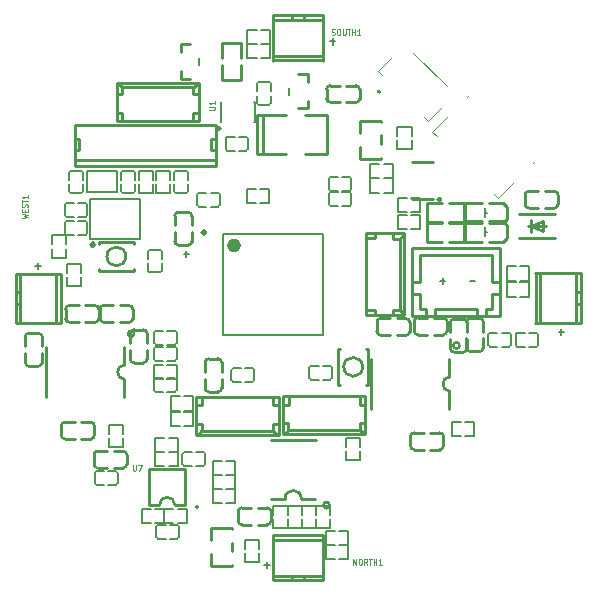
<source format=gto>
%TF.GenerationSoftware,KiCad,Pcbnew,9.0.4*%
%TF.CreationDate,2026-01-16T16:12:55-08:00*%
%TF.ProjectId,u_anemometer,755f616e-656d-46f6-9d65-7465722e6b69,rev?*%
%TF.SameCoordinates,Original*%
%TF.FileFunction,Legend,Top*%
%TF.FilePolarity,Positive*%
%FSLAX46Y46*%
G04 Gerber Fmt 4.6, Leading zero omitted, Abs format (unit mm)*
G04 Created by KiCad (PCBNEW 9.0.4) date 2026-01-16 16:12:55*
%MOMM*%
%LPD*%
G01*
G04 APERTURE LIST*
%ADD10C,0.150000*%
%ADD11C,0.110000*%
%ADD12C,0.254000*%
%ADD13C,0.203000*%
%ADD14C,0.200000*%
%ADD15C,0.300000*%
%ADD16C,0.600000*%
%ADD17C,0.100000*%
%ADD18C,0.120000*%
G04 APERTURE END LIST*
D10*
X147141541Y-132639866D02*
X147598684Y-132639866D01*
X147370112Y-132906533D02*
X147370112Y-132373200D01*
X172041541Y-112889866D02*
X172498684Y-112889866D01*
X172270112Y-113156533D02*
X172270112Y-112623200D01*
X161997041Y-108594866D02*
X162454184Y-108594866D01*
X162225612Y-108861533D02*
X162225612Y-108328200D01*
X127741541Y-107289866D02*
X128198684Y-107289866D01*
X127970112Y-107556533D02*
X127970112Y-107023200D01*
X152691541Y-88289866D02*
X153148684Y-88289866D01*
X152920112Y-88556533D02*
X152920112Y-88023200D01*
X164541541Y-108539866D02*
X164998684Y-108539866D01*
X140291541Y-106289866D02*
X140748684Y-106289866D01*
X140520112Y-106556533D02*
X140520112Y-106023200D01*
D11*
X126605537Y-103264774D02*
X127085537Y-103160012D01*
X127085537Y-103160012D02*
X126742680Y-103076203D01*
X126742680Y-103076203D02*
X127085537Y-102992393D01*
X127085537Y-102992393D02*
X126605537Y-102887632D01*
X126834108Y-102720013D02*
X126834108Y-102573346D01*
X127085537Y-102510489D02*
X127085537Y-102720013D01*
X127085537Y-102720013D02*
X126605537Y-102720013D01*
X126605537Y-102720013D02*
X126605537Y-102510489D01*
X127062680Y-102342870D02*
X127085537Y-102280013D01*
X127085537Y-102280013D02*
X127085537Y-102175251D01*
X127085537Y-102175251D02*
X127062680Y-102133346D01*
X127062680Y-102133346D02*
X127039822Y-102112394D01*
X127039822Y-102112394D02*
X126994108Y-102091441D01*
X126994108Y-102091441D02*
X126948394Y-102091441D01*
X126948394Y-102091441D02*
X126902680Y-102112394D01*
X126902680Y-102112394D02*
X126879822Y-102133346D01*
X126879822Y-102133346D02*
X126856965Y-102175251D01*
X126856965Y-102175251D02*
X126834108Y-102259060D01*
X126834108Y-102259060D02*
X126811251Y-102300965D01*
X126811251Y-102300965D02*
X126788394Y-102321918D01*
X126788394Y-102321918D02*
X126742680Y-102342870D01*
X126742680Y-102342870D02*
X126696965Y-102342870D01*
X126696965Y-102342870D02*
X126651251Y-102321918D01*
X126651251Y-102321918D02*
X126628394Y-102300965D01*
X126628394Y-102300965D02*
X126605537Y-102259060D01*
X126605537Y-102259060D02*
X126605537Y-102154299D01*
X126605537Y-102154299D02*
X126628394Y-102091441D01*
X126605537Y-101965727D02*
X126605537Y-101714298D01*
X127085537Y-101840012D02*
X126605537Y-101840012D01*
X127085537Y-101337155D02*
X127085537Y-101588584D01*
X127085537Y-101462870D02*
X126605537Y-101462870D01*
X126605537Y-101462870D02*
X126674108Y-101504774D01*
X126674108Y-101504774D02*
X126719822Y-101546679D01*
X126719822Y-101546679D02*
X126742680Y-101588584D01*
X136027129Y-124156537D02*
X136027129Y-124545108D01*
X136027129Y-124545108D02*
X136048082Y-124590822D01*
X136048082Y-124590822D02*
X136069034Y-124613680D01*
X136069034Y-124613680D02*
X136110939Y-124636537D01*
X136110939Y-124636537D02*
X136194748Y-124636537D01*
X136194748Y-124636537D02*
X136236653Y-124613680D01*
X136236653Y-124613680D02*
X136257606Y-124590822D01*
X136257606Y-124590822D02*
X136278558Y-124545108D01*
X136278558Y-124545108D02*
X136278558Y-124156537D01*
X136446177Y-124156537D02*
X136739510Y-124156537D01*
X136739510Y-124156537D02*
X136550939Y-124636537D01*
X152856177Y-87712680D02*
X152919034Y-87735537D01*
X152919034Y-87735537D02*
X153023796Y-87735537D01*
X153023796Y-87735537D02*
X153065701Y-87712680D01*
X153065701Y-87712680D02*
X153086653Y-87689822D01*
X153086653Y-87689822D02*
X153107606Y-87644108D01*
X153107606Y-87644108D02*
X153107606Y-87598394D01*
X153107606Y-87598394D02*
X153086653Y-87552680D01*
X153086653Y-87552680D02*
X153065701Y-87529822D01*
X153065701Y-87529822D02*
X153023796Y-87506965D01*
X153023796Y-87506965D02*
X152939987Y-87484108D01*
X152939987Y-87484108D02*
X152898082Y-87461251D01*
X152898082Y-87461251D02*
X152877129Y-87438394D01*
X152877129Y-87438394D02*
X152856177Y-87392680D01*
X152856177Y-87392680D02*
X152856177Y-87346965D01*
X152856177Y-87346965D02*
X152877129Y-87301251D01*
X152877129Y-87301251D02*
X152898082Y-87278394D01*
X152898082Y-87278394D02*
X152939987Y-87255537D01*
X152939987Y-87255537D02*
X153044748Y-87255537D01*
X153044748Y-87255537D02*
X153107606Y-87278394D01*
X153379987Y-87255537D02*
X153463796Y-87255537D01*
X153463796Y-87255537D02*
X153505701Y-87278394D01*
X153505701Y-87278394D02*
X153547606Y-87324108D01*
X153547606Y-87324108D02*
X153568558Y-87415537D01*
X153568558Y-87415537D02*
X153568558Y-87575537D01*
X153568558Y-87575537D02*
X153547606Y-87666965D01*
X153547606Y-87666965D02*
X153505701Y-87712680D01*
X153505701Y-87712680D02*
X153463796Y-87735537D01*
X153463796Y-87735537D02*
X153379987Y-87735537D01*
X153379987Y-87735537D02*
X153338082Y-87712680D01*
X153338082Y-87712680D02*
X153296177Y-87666965D01*
X153296177Y-87666965D02*
X153275225Y-87575537D01*
X153275225Y-87575537D02*
X153275225Y-87415537D01*
X153275225Y-87415537D02*
X153296177Y-87324108D01*
X153296177Y-87324108D02*
X153338082Y-87278394D01*
X153338082Y-87278394D02*
X153379987Y-87255537D01*
X153757129Y-87255537D02*
X153757129Y-87644108D01*
X153757129Y-87644108D02*
X153778082Y-87689822D01*
X153778082Y-87689822D02*
X153799034Y-87712680D01*
X153799034Y-87712680D02*
X153840939Y-87735537D01*
X153840939Y-87735537D02*
X153924748Y-87735537D01*
X153924748Y-87735537D02*
X153966653Y-87712680D01*
X153966653Y-87712680D02*
X153987606Y-87689822D01*
X153987606Y-87689822D02*
X154008558Y-87644108D01*
X154008558Y-87644108D02*
X154008558Y-87255537D01*
X154155224Y-87255537D02*
X154406653Y-87255537D01*
X154280939Y-87735537D02*
X154280939Y-87255537D01*
X154553319Y-87735537D02*
X154553319Y-87255537D01*
X154553319Y-87484108D02*
X154804748Y-87484108D01*
X154804748Y-87735537D02*
X154804748Y-87255537D01*
X155244748Y-87735537D02*
X154993319Y-87735537D01*
X155119033Y-87735537D02*
X155119033Y-87255537D01*
X155119033Y-87255537D02*
X155077129Y-87324108D01*
X155077129Y-87324108D02*
X155035224Y-87369822D01*
X155035224Y-87369822D02*
X154993319Y-87392680D01*
X154677129Y-132585537D02*
X154677129Y-132105537D01*
X154677129Y-132105537D02*
X154928558Y-132585537D01*
X154928558Y-132585537D02*
X154928558Y-132105537D01*
X155221891Y-132105537D02*
X155305700Y-132105537D01*
X155305700Y-132105537D02*
X155347605Y-132128394D01*
X155347605Y-132128394D02*
X155389510Y-132174108D01*
X155389510Y-132174108D02*
X155410462Y-132265537D01*
X155410462Y-132265537D02*
X155410462Y-132425537D01*
X155410462Y-132425537D02*
X155389510Y-132516965D01*
X155389510Y-132516965D02*
X155347605Y-132562680D01*
X155347605Y-132562680D02*
X155305700Y-132585537D01*
X155305700Y-132585537D02*
X155221891Y-132585537D01*
X155221891Y-132585537D02*
X155179986Y-132562680D01*
X155179986Y-132562680D02*
X155138081Y-132516965D01*
X155138081Y-132516965D02*
X155117129Y-132425537D01*
X155117129Y-132425537D02*
X155117129Y-132265537D01*
X155117129Y-132265537D02*
X155138081Y-132174108D01*
X155138081Y-132174108D02*
X155179986Y-132128394D01*
X155179986Y-132128394D02*
X155221891Y-132105537D01*
X155850462Y-132585537D02*
X155703795Y-132356965D01*
X155599033Y-132585537D02*
X155599033Y-132105537D01*
X155599033Y-132105537D02*
X155766652Y-132105537D01*
X155766652Y-132105537D02*
X155808557Y-132128394D01*
X155808557Y-132128394D02*
X155829510Y-132151251D01*
X155829510Y-132151251D02*
X155850462Y-132196965D01*
X155850462Y-132196965D02*
X155850462Y-132265537D01*
X155850462Y-132265537D02*
X155829510Y-132311251D01*
X155829510Y-132311251D02*
X155808557Y-132334108D01*
X155808557Y-132334108D02*
X155766652Y-132356965D01*
X155766652Y-132356965D02*
X155599033Y-132356965D01*
X155976176Y-132105537D02*
X156227605Y-132105537D01*
X156101891Y-132585537D02*
X156101891Y-132105537D01*
X156374271Y-132585537D02*
X156374271Y-132105537D01*
X156374271Y-132334108D02*
X156625700Y-132334108D01*
X156625700Y-132585537D02*
X156625700Y-132105537D01*
X157065700Y-132585537D02*
X156814271Y-132585537D01*
X156939985Y-132585537D02*
X156939985Y-132105537D01*
X156939985Y-132105537D02*
X156898081Y-132174108D01*
X156898081Y-132174108D02*
X156856176Y-132219822D01*
X156856176Y-132219822D02*
X156814271Y-132242680D01*
X142455537Y-94072870D02*
X142844108Y-94072870D01*
X142844108Y-94072870D02*
X142889822Y-94051917D01*
X142889822Y-94051917D02*
X142912680Y-94030965D01*
X142912680Y-94030965D02*
X142935537Y-93989060D01*
X142935537Y-93989060D02*
X142935537Y-93905251D01*
X142935537Y-93905251D02*
X142912680Y-93863346D01*
X142912680Y-93863346D02*
X142889822Y-93842393D01*
X142889822Y-93842393D02*
X142844108Y-93821441D01*
X142844108Y-93821441D02*
X142455537Y-93821441D01*
X142935537Y-93381441D02*
X142935537Y-93632870D01*
X142935537Y-93507156D02*
X142455537Y-93507156D01*
X142455537Y-93507156D02*
X142524108Y-93549060D01*
X142524108Y-93549060D02*
X142569822Y-93590965D01*
X142569822Y-93590965D02*
X142592680Y-93632870D01*
D10*
%TO.C,C1*%
X143850000Y-96500000D02*
X143850000Y-96550000D01*
X143850000Y-96550000D02*
X143850000Y-97350000D01*
X143850000Y-97400000D02*
X143850000Y-97350000D01*
X144620000Y-96350000D02*
X144000000Y-96350000D01*
X144620000Y-97550000D02*
X144000000Y-97550000D01*
X144980000Y-96350000D02*
X145600000Y-96350000D01*
X144980000Y-97550000D02*
X145600000Y-97550000D01*
X145750000Y-96500000D02*
X145750000Y-96550000D01*
X145750000Y-96550000D02*
X145750000Y-97350000D01*
X145750000Y-97400000D02*
X145750000Y-97350000D01*
X143850000Y-96500000D02*
G75*
G02*
X144000000Y-96350000I150000J0D01*
G01*
X144000000Y-97550000D02*
G75*
G02*
X143850000Y-97400000I0J150000D01*
G01*
X145600000Y-96350000D02*
G75*
G02*
X145750000Y-96500000I0J-150000D01*
G01*
X145750000Y-97400000D02*
G75*
G02*
X145600000Y-97550000I-150000J0D01*
G01*
D12*
%TO.C,C4*%
X169201500Y-101288000D02*
X169201500Y-102088000D01*
X170311500Y-100978500D02*
X169511500Y-100978500D01*
X170311500Y-102398000D02*
X169511500Y-102398000D01*
X170887000Y-100984000D02*
X171687000Y-100984000D01*
X170887000Y-102404000D02*
X171687000Y-102404000D01*
X171997000Y-101294000D02*
X171997000Y-102094000D01*
X169201500Y-101288000D02*
G75*
G02*
X169511500Y-100978500I309148J353D01*
G01*
X169511500Y-102398000D02*
G75*
G02*
X169201500Y-102088000I0J310000D01*
G01*
X171687000Y-100984000D02*
G75*
G02*
X171997000Y-101294000I0J-310000D01*
G01*
X171997000Y-102094000D02*
G75*
G02*
X171687000Y-102404000I-310000J0D01*
G01*
%TO.C,U5*%
X148894000Y-127004500D02*
X147720000Y-127001500D01*
X151460000Y-127001500D02*
X150266000Y-127004500D01*
X151468500Y-122001500D02*
X147731500Y-122001500D01*
X148894000Y-127004500D02*
G75*
G02*
X150266000Y-127004500I686000J0D01*
G01*
X152648000Y-127550000D02*
G75*
G02*
X152140000Y-127550000I-254000J0D01*
G01*
X152140000Y-127550000D02*
G75*
G02*
X152648000Y-127550000I254000J0D01*
G01*
D13*
%TO.C,X1*%
X132130000Y-99261000D02*
X134670000Y-99261000D01*
X132130000Y-101039000D02*
X132130000Y-99261000D01*
X134670000Y-99261000D02*
X134670000Y-101039000D01*
X134670000Y-101039000D02*
X132130000Y-101039000D01*
D10*
%TO.C,R41*%
X158450000Y-104150000D02*
X158450000Y-102950000D01*
X159220000Y-102950000D02*
X158450000Y-102950000D01*
X159220000Y-104150000D02*
X158450000Y-104150000D01*
X159580000Y-102950000D02*
X160350000Y-102950000D01*
X159580000Y-104150000D02*
X160350000Y-104150000D01*
X160350000Y-104150000D02*
X160350000Y-102950000D01*
%TO.C,C47*%
X166100000Y-113100000D02*
X166100000Y-113150000D01*
X166100000Y-113150000D02*
X166100000Y-113950000D01*
X166100000Y-114000000D02*
X166100000Y-113950000D01*
X166870000Y-112950000D02*
X166250000Y-112950000D01*
X166870000Y-114150000D02*
X166250000Y-114150000D01*
X167230000Y-112950000D02*
X167850000Y-112950000D01*
X167230000Y-114150000D02*
X167850000Y-114150000D01*
X168000000Y-113100000D02*
X168000000Y-113150000D01*
X168000000Y-113150000D02*
X168000000Y-113950000D01*
X168000000Y-114000000D02*
X168000000Y-113950000D01*
X166100000Y-113100000D02*
G75*
G02*
X166250000Y-112950000I150000J0D01*
G01*
X166250000Y-114150000D02*
G75*
G02*
X166100000Y-114000000I0J150000D01*
G01*
X167850000Y-112950000D02*
G75*
G02*
X168000000Y-113100000I0J-150000D01*
G01*
X168000000Y-114000000D02*
G75*
G02*
X167850000Y-114150000I-150000J0D01*
G01*
D12*
%TO.C,SPI1*%
X131100000Y-95350000D02*
X131100000Y-98850000D01*
X131100000Y-98360500D02*
X143000000Y-98360500D01*
X131100000Y-98850000D02*
X143000000Y-98850000D01*
X131143000Y-96552000D02*
X131463000Y-96552500D01*
X131463000Y-96552500D02*
X131463000Y-97512000D01*
X131463000Y-97512000D02*
X131102500Y-97512000D01*
X142640000Y-96540000D02*
X142640500Y-97499500D01*
X142640500Y-97499500D02*
X143001000Y-97499500D01*
X142960500Y-96539500D02*
X142640000Y-96540000D01*
X143000000Y-95350000D02*
X131100000Y-95350000D01*
X143000000Y-98850000D02*
X143000000Y-95350000D01*
D10*
%TO.C,R35*%
X139200000Y-119550000D02*
X139200000Y-118350000D01*
X139970000Y-118350000D02*
X139200000Y-118350000D01*
X139970000Y-119550000D02*
X139200000Y-119550000D01*
X140330000Y-118350000D02*
X141100000Y-118350000D01*
X140330000Y-119550000D02*
X141100000Y-119550000D01*
X141100000Y-119550000D02*
X141100000Y-118350000D01*
D12*
%TO.C,D2*%
X159650000Y-98500000D02*
X161450000Y-98500000D01*
X159650000Y-101600000D02*
X161450000Y-101600000D01*
X162074000Y-101701000D02*
G75*
G02*
X161820000Y-101701000I-127000J0D01*
G01*
X161820000Y-101701000D02*
G75*
G02*
X162074000Y-101701000I127000J0D01*
G01*
D10*
%TO.C,C19*%
X150950000Y-115900000D02*
X150950000Y-115950000D01*
X150950000Y-115950000D02*
X150950000Y-116750000D01*
X150950000Y-116800000D02*
X150950000Y-116750000D01*
X151720000Y-115750000D02*
X151100000Y-115750000D01*
X151720000Y-116950000D02*
X151100000Y-116950000D01*
X152080000Y-115750000D02*
X152700000Y-115750000D01*
X152080000Y-116950000D02*
X152700000Y-116950000D01*
X152850000Y-115900000D02*
X152850000Y-115950000D01*
X152850000Y-115950000D02*
X152850000Y-116750000D01*
X152850000Y-116800000D02*
X152850000Y-116750000D01*
X150950000Y-115900000D02*
G75*
G02*
X151100000Y-115750000I150000J0D01*
G01*
X151100000Y-116950000D02*
G75*
G02*
X150950000Y-116800000I0J150000D01*
G01*
X152700000Y-115750000D02*
G75*
G02*
X152850000Y-115900000I0J-150000D01*
G01*
X152850000Y-116800000D02*
G75*
G02*
X152700000Y-116950000I-150000J0D01*
G01*
%TO.C,R27*%
X130450000Y-107100000D02*
X131650000Y-107100000D01*
X130450000Y-107870000D02*
X130450000Y-107100000D01*
X130450000Y-108230000D02*
X130450000Y-109000000D01*
X130450000Y-109000000D02*
X131650000Y-109000000D01*
X131650000Y-107870000D02*
X131650000Y-107100000D01*
X131650000Y-108230000D02*
X131650000Y-109000000D01*
%TO.C,C9*%
X139475000Y-100020000D02*
X139475000Y-99400000D01*
X139475000Y-100380000D02*
X139475000Y-101000000D01*
X139625000Y-99250000D02*
X139675000Y-99250000D01*
X139625000Y-101150000D02*
X139675000Y-101150000D01*
X140475000Y-99250000D02*
X139675000Y-99250000D01*
X140475000Y-101150000D02*
X139675000Y-101150000D01*
X140525000Y-99250000D02*
X140475000Y-99250000D01*
X140525000Y-101150000D02*
X140475000Y-101150000D01*
X140675000Y-100020000D02*
X140675000Y-99400000D01*
X140675000Y-100380000D02*
X140675000Y-101000000D01*
X139475000Y-99400000D02*
G75*
G02*
X139625000Y-99250000I150000J0D01*
G01*
X139625000Y-101150000D02*
G75*
G02*
X139475000Y-101000000I0J150000D01*
G01*
X140525000Y-99250000D02*
G75*
G02*
X140675000Y-99400000I0J-150000D01*
G01*
X140675000Y-101000000D02*
G75*
G02*
X140525000Y-101150000I-150000J0D01*
G01*
D12*
%TO.C,C12*%
X146489500Y-94550000D02*
X146489500Y-97850000D01*
X146489500Y-97850000D02*
X147023000Y-97850000D01*
X147023000Y-94550000D02*
X146489500Y-94550000D01*
X147023000Y-97850000D02*
X147023000Y-94550000D01*
X148950000Y-94550000D02*
X147023000Y-94550000D01*
X148950000Y-97850000D02*
X147023000Y-97850000D01*
X150550000Y-94550000D02*
X152477000Y-94550000D01*
X152477000Y-94550000D02*
X152477000Y-97850000D01*
X152477000Y-97850000D02*
X150550000Y-97850000D01*
%TO.C,LED1*%
X164084500Y-103536500D02*
X164084500Y-105263500D01*
X164084500Y-103536500D02*
X165558000Y-103536500D01*
X164084500Y-105263500D02*
X165558000Y-105263500D01*
D13*
X165774000Y-103993500D02*
X165774000Y-104781000D01*
X165774000Y-104392000D02*
X165949000Y-104392000D01*
D12*
X166142000Y-105263500D02*
X167310500Y-105263500D01*
X166167500Y-103536500D02*
X167310500Y-103536500D01*
X167310500Y-103536500D02*
X167666000Y-103892000D01*
X167666000Y-103892000D02*
X167666000Y-104908000D01*
X167666000Y-104908000D02*
X167310500Y-105263500D01*
D10*
%TO.C,R38*%
X152350000Y-130950000D02*
X152350000Y-129750000D01*
X153120000Y-129750000D02*
X152350000Y-129750000D01*
X153120000Y-130950000D02*
X152350000Y-130950000D01*
X153480000Y-129750000D02*
X154250000Y-129750000D01*
X153480000Y-130950000D02*
X154250000Y-130950000D01*
X154250000Y-130950000D02*
X154250000Y-129750000D01*
D12*
%TO.C,R6*%
X160899500Y-105255000D02*
X160899500Y-103655000D01*
X162149500Y-103655000D02*
X160899500Y-103655000D01*
X162149500Y-105255000D02*
X160899500Y-105255000D01*
X162750000Y-103650000D02*
X164000000Y-103650000D01*
X162750000Y-105250000D02*
X164000000Y-105250000D01*
X164000000Y-105250000D02*
X164000000Y-103650000D01*
D10*
%TO.C,R28*%
X129150000Y-104700000D02*
X130350000Y-104700000D01*
X129150000Y-105470000D02*
X129150000Y-104700000D01*
X129150000Y-105830000D02*
X129150000Y-106600000D01*
X129150000Y-106600000D02*
X130350000Y-106600000D01*
X130350000Y-105470000D02*
X130350000Y-104700000D01*
X130350000Y-105830000D02*
X130350000Y-106600000D01*
D12*
%TO.C,VBAT1*%
X139546000Y-104437000D02*
X139546000Y-105237000D01*
X139552000Y-103861500D02*
X139552000Y-103061500D01*
X140656000Y-105547000D02*
X139856000Y-105547000D01*
X140662000Y-102751500D02*
X139862000Y-102751500D01*
X140966000Y-104437000D02*
X140966000Y-105237000D01*
X140971500Y-103861500D02*
X140971500Y-103061500D01*
X139552000Y-103061500D02*
G75*
G02*
X139862000Y-102751500I310000J0D01*
G01*
X139856000Y-105547000D02*
G75*
G02*
X139546000Y-105237000I0J310000D01*
G01*
X140662000Y-102751500D02*
G75*
G02*
X140971500Y-103061500I353J-309148D01*
G01*
X140966000Y-105237000D02*
G75*
G02*
X140656000Y-105547000I-310000J0D01*
G01*
D14*
%TO.C,U2*%
X143625000Y-104625000D02*
X143625000Y-113125000D01*
X143625000Y-113125000D02*
X152125000Y-113125000D01*
X152125000Y-104625000D02*
X143625000Y-104625000D01*
X152125000Y-113125000D02*
X152125000Y-104625000D01*
D15*
X142124500Y-104478500D02*
G75*
G02*
X142124500Y-104475500I-150000J1500D01*
G01*
D16*
X144850000Y-105580500D02*
G75*
G02*
X144850000Y-105575500I-300000J2500D01*
G01*
D12*
%TO.C,UART1*%
X148717000Y-118349500D02*
X148717000Y-121550000D01*
X148717000Y-118349500D02*
X155683000Y-118349500D01*
X148717000Y-121550000D02*
X155683000Y-121550000D01*
X148727500Y-119059500D02*
X149177000Y-119059500D01*
X148727500Y-121530000D02*
X148847000Y-121530000D01*
X148847000Y-121530000D02*
X149157500Y-121219500D01*
X149157500Y-121219500D02*
X155227000Y-121219000D01*
X149167000Y-120640000D02*
X148727500Y-120640000D01*
X149167000Y-121219500D02*
X149167000Y-120640000D01*
X149177000Y-118349500D02*
X149307000Y-118349500D01*
X149177000Y-119059500D02*
X149177000Y-118349500D01*
X155217000Y-120629000D02*
X155657000Y-120629000D01*
X155217000Y-121209000D02*
X155217000Y-120629000D01*
X155227000Y-118341500D02*
X155227000Y-118371500D01*
X155227000Y-119061000D02*
X155227000Y-118341500D01*
X155227000Y-121219000D02*
X155557000Y-121548500D01*
X155647000Y-119061000D02*
X155227000Y-119061000D01*
X155683000Y-118349500D02*
X155683000Y-121550000D01*
%TO.C,Q2*%
X142600000Y-129500000D02*
X144400000Y-129500000D01*
X142600000Y-130519000D02*
X142600000Y-129500000D01*
X142600000Y-132700000D02*
X142600000Y-131681000D01*
X142600000Y-132700000D02*
X144400000Y-132700000D01*
X144400000Y-129569000D02*
X144400000Y-129500000D01*
X144400000Y-131469000D02*
X144400000Y-130731000D01*
X144400000Y-132700000D02*
X144400000Y-132631000D01*
D10*
%TO.C,C13*%
X146500000Y-92520000D02*
X146500000Y-91900000D01*
X146500000Y-92880000D02*
X146500000Y-93500000D01*
X146650000Y-91750000D02*
X146700000Y-91750000D01*
X146650000Y-93650000D02*
X146700000Y-93650000D01*
X147500000Y-91750000D02*
X146700000Y-91750000D01*
X147500000Y-93650000D02*
X146700000Y-93650000D01*
X147550000Y-91750000D02*
X147500000Y-91750000D01*
X147550000Y-93650000D02*
X147500000Y-93650000D01*
X147700000Y-92520000D02*
X147700000Y-91900000D01*
X147700000Y-92880000D02*
X147700000Y-93500000D01*
X146500000Y-91900000D02*
G75*
G02*
X146650000Y-91750000I150000J0D01*
G01*
X146650000Y-93650000D02*
G75*
G02*
X146500000Y-93500000I0J150000D01*
G01*
X147550000Y-91750000D02*
G75*
G02*
X147700000Y-91900000I0J-150000D01*
G01*
X147700000Y-93500000D02*
G75*
G02*
X147550000Y-93650000I-150000J0D01*
G01*
%TO.C,C23*%
X137800000Y-116926000D02*
X137800000Y-116976000D01*
X137800000Y-116976000D02*
X137800000Y-117776000D01*
X137800000Y-117826000D02*
X137800000Y-117776000D01*
X138570000Y-116776000D02*
X137950000Y-116776000D01*
X138570000Y-117976000D02*
X137950000Y-117976000D01*
X138930000Y-116776000D02*
X139550000Y-116776000D01*
X138930000Y-117976000D02*
X139550000Y-117976000D01*
X139700000Y-116926000D02*
X139700000Y-116976000D01*
X139700000Y-116976000D02*
X139700000Y-117776000D01*
X139700000Y-117826000D02*
X139700000Y-117776000D01*
X137800000Y-116926000D02*
G75*
G02*
X137950000Y-116776000I150000J0D01*
G01*
X137950000Y-117976000D02*
G75*
G02*
X137800000Y-117826000I0J150000D01*
G01*
X139550000Y-116776000D02*
G75*
G02*
X139700000Y-116926000I0J-150000D01*
G01*
X139700000Y-117826000D02*
G75*
G02*
X139550000Y-117976000I-150000J0D01*
G01*
%TO.C,R9*%
X137976000Y-100019000D02*
X137976000Y-99249000D01*
X137976000Y-100379000D02*
X137976000Y-101149000D01*
X139176000Y-99249000D02*
X137976000Y-99249000D01*
X139176000Y-100019000D02*
X139176000Y-99249000D01*
X139176000Y-100379000D02*
X139176000Y-101149000D01*
X139176000Y-101149000D02*
X137976000Y-101149000D01*
%TO.C,C2*%
X152600000Y-99900000D02*
X152600000Y-99950000D01*
X152600000Y-99950000D02*
X152600000Y-100750000D01*
X152600000Y-100800000D02*
X152600000Y-100750000D01*
X153370000Y-99750000D02*
X152750000Y-99750000D01*
X153370000Y-100950000D02*
X152750000Y-100950000D01*
X153730000Y-99750000D02*
X154350000Y-99750000D01*
X153730000Y-100950000D02*
X154350000Y-100950000D01*
X154500000Y-99900000D02*
X154500000Y-99950000D01*
X154500000Y-99950000D02*
X154500000Y-100750000D01*
X154500000Y-100800000D02*
X154500000Y-100750000D01*
X152600000Y-99900000D02*
G75*
G02*
X152750000Y-99750000I150000J0D01*
G01*
X152750000Y-100950000D02*
G75*
G02*
X152600000Y-100800000I0J150000D01*
G01*
X154350000Y-99750000D02*
G75*
G02*
X154500000Y-99900000I0J-150000D01*
G01*
X154500000Y-100800000D02*
G75*
G02*
X154350000Y-100950000I-150000J0D01*
G01*
D17*
%TO.C,DEBUG1*%
X156756928Y-90800431D02*
X157959010Y-89598350D01*
X157110482Y-91153984D02*
X156756928Y-90800431D01*
X160646016Y-94689518D02*
X160999569Y-95043072D01*
X160999569Y-95043072D02*
X162201650Y-93840990D01*
X162555204Y-92073223D02*
X159726777Y-89244796D01*
D14*
X156756928Y-92497487D02*
G75*
G02*
X156898350Y-92638909I70712J-70710D01*
G01*
X156898350Y-92638909D02*
G75*
G02*
X156756928Y-92497487I-70711J70711D01*
G01*
D10*
%TO.C,R20*%
X151500000Y-128370000D02*
X151500000Y-127600000D01*
X151500000Y-128730000D02*
X151500000Y-129500000D01*
X152700000Y-127600000D02*
X151500000Y-127600000D01*
X152700000Y-128370000D02*
X152700000Y-127600000D01*
X152700000Y-128730000D02*
X152700000Y-129500000D01*
X152700000Y-129500000D02*
X151500000Y-129500000D01*
%TO.C,R11*%
X145500000Y-130500000D02*
X146700000Y-130500000D01*
X145500000Y-131270000D02*
X145500000Y-130500000D01*
X145500000Y-131630000D02*
X145500000Y-132400000D01*
X145500000Y-132400000D02*
X146700000Y-132400000D01*
X146700000Y-131270000D02*
X146700000Y-130500000D01*
X146700000Y-131630000D02*
X146700000Y-132400000D01*
%TO.C,R23*%
X145700000Y-88500000D02*
X145700000Y-87300000D01*
X146470000Y-87300000D02*
X145700000Y-87300000D01*
X146470000Y-88500000D02*
X145700000Y-88500000D01*
X146830000Y-87300000D02*
X147600000Y-87300000D01*
X146830000Y-88500000D02*
X147600000Y-88500000D01*
X147600000Y-88500000D02*
X147600000Y-87300000D01*
%TO.C,R34*%
X137900000Y-124250000D02*
X137900000Y-123050000D01*
X138670000Y-123050000D02*
X137900000Y-123050000D01*
X138670000Y-124250000D02*
X137900000Y-124250000D01*
X139030000Y-123050000D02*
X139800000Y-123050000D01*
X139030000Y-124250000D02*
X139800000Y-124250000D01*
X139800000Y-124250000D02*
X139800000Y-123050000D01*
%TO.C,C39*%
X138000000Y-129350000D02*
X138000000Y-129400000D01*
X138000000Y-130200000D02*
X138000000Y-129400000D01*
X138000000Y-130250000D02*
X138000000Y-130200000D01*
X138770000Y-129200000D02*
X138150000Y-129200000D01*
X138770000Y-130400000D02*
X138150000Y-130400000D01*
X139130000Y-129200000D02*
X139750000Y-129200000D01*
X139130000Y-130400000D02*
X139750000Y-130400000D01*
X139900000Y-129350000D02*
X139900000Y-129400000D01*
X139900000Y-130200000D02*
X139900000Y-129400000D01*
X139900000Y-130250000D02*
X139900000Y-130200000D01*
X138000000Y-129350000D02*
G75*
G02*
X138150000Y-129200000I150000J0D01*
G01*
X138150000Y-130400000D02*
G75*
G02*
X138000000Y-130250000I0J150000D01*
G01*
X139750000Y-129200000D02*
G75*
G02*
X139900000Y-129350000I0J-150000D01*
G01*
X139900000Y-130250000D02*
G75*
G02*
X139750000Y-130400000I-150000J0D01*
G01*
D12*
%TO.C,WEST1*%
X126080000Y-107950000D02*
X129920000Y-107950000D01*
X126080000Y-112150000D02*
X129920000Y-112150000D01*
X126095000Y-109542000D02*
X126476000Y-109542000D01*
X126095000Y-110558000D02*
X126476000Y-110558000D01*
X126095000Y-112150000D02*
X126095000Y-107950000D01*
X126476000Y-112150000D02*
X126476000Y-107950000D01*
X129524000Y-112150000D02*
X129524000Y-107950000D01*
X129905000Y-107950000D02*
X129905000Y-112150000D01*
D10*
%TO.C,R29*%
X142750000Y-126200000D02*
X142750000Y-127400000D01*
X143520000Y-126200000D02*
X142750000Y-126200000D01*
X143520000Y-127400000D02*
X142750000Y-127400000D01*
X143880000Y-126200000D02*
X144650000Y-126200000D01*
X143880000Y-127400000D02*
X144650000Y-127400000D01*
X144650000Y-126200000D02*
X144650000Y-127400000D01*
%TO.C,R19*%
X147900000Y-128370000D02*
X147900000Y-127600000D01*
X147900000Y-128730000D02*
X147900000Y-129500000D01*
X149100000Y-127600000D02*
X147900000Y-127600000D01*
X149100000Y-128370000D02*
X149100000Y-127600000D01*
X149100000Y-128730000D02*
X149100000Y-129500000D01*
X149100000Y-129500000D02*
X147900000Y-129500000D01*
%TO.C,R32*%
X142750000Y-125000000D02*
X142750000Y-123800000D01*
X143520000Y-123800000D02*
X142750000Y-123800000D01*
X143520000Y-125000000D02*
X142750000Y-125000000D01*
X143880000Y-123800000D02*
X144650000Y-123800000D01*
X143880000Y-125000000D02*
X144650000Y-125000000D01*
X144650000Y-125000000D02*
X144650000Y-123800000D01*
%TO.C,C15*%
X137800000Y-112925500D02*
X137800000Y-112975500D01*
X137800000Y-112975500D02*
X137800000Y-113775500D01*
X137800000Y-113825500D02*
X137800000Y-113775500D01*
X138570000Y-112775500D02*
X137950000Y-112775500D01*
X138570000Y-113975500D02*
X137950000Y-113975500D01*
X138930000Y-112775500D02*
X139550000Y-112775500D01*
X138930000Y-113975500D02*
X139550000Y-113975500D01*
X139700000Y-112925500D02*
X139700000Y-112975500D01*
X139700000Y-112975500D02*
X139700000Y-113775500D01*
X139700000Y-113825500D02*
X139700000Y-113775500D01*
X137800000Y-112925500D02*
G75*
G02*
X137950000Y-112775500I150000J0D01*
G01*
X137950000Y-113975500D02*
G75*
G02*
X137800000Y-113825500I0J150000D01*
G01*
X139550000Y-112775500D02*
G75*
G02*
X139700000Y-112925500I0J-150000D01*
G01*
X139700000Y-113825500D02*
G75*
G02*
X139550000Y-113975500I-150000J0D01*
G01*
D12*
%TO.C,RST1*%
X133100000Y-105250000D02*
X136100000Y-105250000D01*
X133100000Y-105250000D02*
X136100000Y-105250000D01*
X133100000Y-105419000D02*
X133100000Y-105250000D01*
X133100000Y-107750000D02*
X133100000Y-107587000D01*
X133100000Y-107750000D02*
X136100000Y-107750000D01*
X136100000Y-105250000D02*
X136100000Y-105419000D01*
X136100000Y-107581000D02*
X136100000Y-107750000D01*
X136100000Y-107750000D02*
X133100000Y-107750000D01*
X135400000Y-106500000D02*
G75*
G02*
X133800000Y-106500000I-800000J0D01*
G01*
X133800000Y-106500000D02*
G75*
G02*
X135400000Y-106500000I800000J0D01*
G01*
D10*
%TO.C,R37*%
X152350000Y-132150000D02*
X152350000Y-130950000D01*
X153120000Y-130950000D02*
X152350000Y-130950000D01*
X153120000Y-132150000D02*
X152350000Y-132150000D01*
X153480000Y-130950000D02*
X154250000Y-130950000D01*
X153480000Y-132150000D02*
X154250000Y-132150000D01*
X154250000Y-132150000D02*
X154250000Y-130950000D01*
D12*
%TO.C,U7*%
X137388500Y-127528500D02*
X137388500Y-124528500D01*
X138252500Y-127528500D02*
X137388500Y-127528500D01*
X140411500Y-124531000D02*
X137411500Y-124531000D01*
X140411500Y-127528500D02*
X139547500Y-127528500D01*
X140411500Y-127531000D02*
X140411500Y-124531000D01*
X138252500Y-127528500D02*
G75*
G02*
X139547500Y-127528500I647500J0D01*
G01*
D10*
X141315000Y-127743000D02*
G75*
G02*
X141315000Y-127745500I125002J-1250D01*
G01*
%TO.C,R5*%
X156100000Y-98700000D02*
X156100000Y-99900000D01*
X156870000Y-98700000D02*
X156100000Y-98700000D01*
X156870000Y-99900000D02*
X156100000Y-99900000D01*
X157230000Y-98700000D02*
X158000000Y-98700000D01*
X157230000Y-99900000D02*
X158000000Y-99900000D01*
X158000000Y-98700000D02*
X158000000Y-99900000D01*
%TO.C,C3*%
X135000000Y-100020000D02*
X135000000Y-99400000D01*
X135000000Y-100380000D02*
X135000000Y-101000000D01*
X135150000Y-99250000D02*
X135200000Y-99250000D01*
X135150000Y-101150000D02*
X135200000Y-101150000D01*
X136000000Y-99250000D02*
X135200000Y-99250000D01*
X136000000Y-101150000D02*
X135200000Y-101150000D01*
X136050000Y-99250000D02*
X136000000Y-99250000D01*
X136050000Y-101150000D02*
X136000000Y-101150000D01*
X136200000Y-100020000D02*
X136200000Y-99400000D01*
X136200000Y-100380000D02*
X136200000Y-101000000D01*
X135000000Y-99400000D02*
G75*
G02*
X135150000Y-99250000I150000J0D01*
G01*
X135150000Y-101150000D02*
G75*
G02*
X135000000Y-101000000I0J150000D01*
G01*
X136050000Y-99250000D02*
G75*
G02*
X136200000Y-99400000I0J-150000D01*
G01*
X136200000Y-101000000D02*
G75*
G02*
X136050000Y-101150000I-150000J0D01*
G01*
D18*
%TO.C,USB1*%
X161347069Y-95980930D02*
X161708047Y-96341908D01*
X162697642Y-94630356D02*
X161347069Y-95980930D01*
X164310553Y-93017446D02*
X164493694Y-92834305D01*
X166918363Y-101552224D02*
X166559153Y-101193014D01*
X168268937Y-100201650D02*
X166918363Y-101552224D01*
X170064988Y-98405599D02*
X169881847Y-98588740D01*
D10*
%TO.C,R40*%
X158450000Y-101550000D02*
X158450000Y-102750000D01*
X159220000Y-101550000D02*
X158450000Y-101550000D01*
X159220000Y-102750000D02*
X158450000Y-102750000D01*
X159580000Y-101550000D02*
X160350000Y-101550000D01*
X159580000Y-102750000D02*
X160350000Y-102750000D01*
X160350000Y-101550000D02*
X160350000Y-102750000D01*
%TO.C,R25*%
X163000000Y-120500000D02*
X163000000Y-121700000D01*
X163770000Y-120500000D02*
X163000000Y-120500000D01*
X163770000Y-121700000D02*
X163000000Y-121700000D01*
X164130000Y-120500000D02*
X164900000Y-120500000D01*
X164130000Y-121700000D02*
X164900000Y-121700000D01*
X164900000Y-120500000D02*
X164900000Y-121700000D01*
%TO.C,R30*%
X136750000Y-129050000D02*
X136750000Y-127850000D01*
X137520000Y-127850000D02*
X136750000Y-127850000D01*
X137520000Y-129050000D02*
X136750000Y-129050000D01*
X137880000Y-127850000D02*
X138650000Y-127850000D01*
X137880000Y-129050000D02*
X138650000Y-129050000D01*
X138650000Y-129050000D02*
X138650000Y-127850000D01*
D12*
%TO.C,C38*%
X159501500Y-121738000D02*
X159501500Y-122538000D01*
X160611500Y-121428500D02*
X159811500Y-121428500D01*
X160611500Y-122848000D02*
X159811500Y-122848000D01*
X161187000Y-121434000D02*
X161987000Y-121434000D01*
X161187000Y-122854000D02*
X161987000Y-122854000D01*
X162297000Y-121744000D02*
X162297000Y-122544000D01*
X159501500Y-121738000D02*
G75*
G02*
X159811500Y-121428500I309148J353D01*
G01*
X159811500Y-122848000D02*
G75*
G02*
X159501500Y-122538000I0J310000D01*
G01*
X161987000Y-121434000D02*
G75*
G02*
X162297000Y-121744000I0J-310000D01*
G01*
X162297000Y-122544000D02*
G75*
G02*
X161987000Y-122854000I-310000J0D01*
G01*
%TO.C,C37*%
X159803000Y-112806000D02*
X159803000Y-112006000D01*
X160913000Y-111696000D02*
X160113000Y-111696000D01*
X160913000Y-113116000D02*
X160113000Y-113116000D01*
X161488500Y-111702000D02*
X162288500Y-111702000D01*
X161488500Y-113121500D02*
X162288500Y-113121500D01*
X162598500Y-112812000D02*
X162598500Y-112012000D01*
X159803000Y-112006000D02*
G75*
G02*
X160113000Y-111696000I310000J0D01*
G01*
X160113000Y-113116000D02*
G75*
G02*
X159803000Y-112806000I0J310000D01*
G01*
X162288500Y-111702000D02*
G75*
G02*
X162598500Y-112012000I0J-310000D01*
G01*
X162598500Y-112812000D02*
G75*
G02*
X162288500Y-113121500I-309148J-353D01*
G01*
D10*
%TO.C,R17*%
X150300000Y-128370000D02*
X150300000Y-127600000D01*
X150300000Y-128730000D02*
X150300000Y-129500000D01*
X151500000Y-127600000D02*
X150300000Y-127600000D01*
X151500000Y-128370000D02*
X151500000Y-127600000D01*
X151500000Y-128730000D02*
X151500000Y-129500000D01*
X151500000Y-129500000D02*
X150300000Y-129500000D01*
%TO.C,C22*%
X137800000Y-114300000D02*
X137800000Y-114350000D01*
X137800000Y-114350000D02*
X137800000Y-115150000D01*
X137800000Y-115200000D02*
X137800000Y-115150000D01*
X138570000Y-114150000D02*
X137950000Y-114150000D01*
X138570000Y-115350000D02*
X137950000Y-115350000D01*
X138930000Y-114150000D02*
X139550000Y-114150000D01*
X138930000Y-115350000D02*
X139550000Y-115350000D01*
X139700000Y-114300000D02*
X139700000Y-114350000D01*
X139700000Y-114350000D02*
X139700000Y-115150000D01*
X139700000Y-115200000D02*
X139700000Y-115150000D01*
X137800000Y-114300000D02*
G75*
G02*
X137950000Y-114150000I150000J0D01*
G01*
X137950000Y-115350000D02*
G75*
G02*
X137800000Y-115200000I0J150000D01*
G01*
X139550000Y-114150000D02*
G75*
G02*
X139700000Y-114300000I0J-150000D01*
G01*
X139700000Y-115200000D02*
G75*
G02*
X139550000Y-115350000I-150000J0D01*
G01*
%TO.C,R13*%
X167650000Y-108700000D02*
X167650000Y-109900000D01*
X168420000Y-108700000D02*
X167650000Y-108700000D01*
X168420000Y-109900000D02*
X167650000Y-109900000D01*
X168780000Y-108700000D02*
X169550000Y-108700000D01*
X168780000Y-109900000D02*
X169550000Y-109900000D01*
X169550000Y-108700000D02*
X169550000Y-109900000D01*
D12*
%TO.C,C30*%
X126896000Y-114687000D02*
X126896000Y-115487000D01*
X126902000Y-114111500D02*
X126902000Y-113311500D01*
X128006000Y-115797000D02*
X127206000Y-115797000D01*
X128012000Y-113001500D02*
X127212000Y-113001500D01*
X128316000Y-114687000D02*
X128316000Y-115487000D01*
X128321500Y-114111500D02*
X128321500Y-113311500D01*
X126902000Y-113311500D02*
G75*
G02*
X127212000Y-113001500I310000J0D01*
G01*
X127206000Y-115797000D02*
G75*
G02*
X126896000Y-115487000I0J310000D01*
G01*
X128012000Y-113001500D02*
G75*
G02*
X128321500Y-113311500I353J-309148D01*
G01*
X128316000Y-115487000D02*
G75*
G02*
X128006000Y-115797000I-310000J0D01*
G01*
%TO.C,R1*%
X143550000Y-89700000D02*
X143550000Y-88450000D01*
X143555000Y-90300500D02*
X143555000Y-91550500D01*
X145150000Y-88450000D02*
X143550000Y-88450000D01*
X145150000Y-89700000D02*
X145150000Y-88450000D01*
X145155000Y-90300500D02*
X145155000Y-91550500D01*
X145155000Y-91550500D02*
X143555000Y-91550500D01*
%TO.C,I2C1*%
X155741500Y-104973000D02*
X155771500Y-104973000D01*
X155749500Y-104517000D02*
X158950000Y-104517000D01*
X155749500Y-111023000D02*
X155749500Y-110893000D01*
X155749500Y-111483000D02*
X155749500Y-104517000D01*
X155749500Y-111483000D02*
X158950000Y-111483000D01*
X156459500Y-111023000D02*
X155749500Y-111023000D01*
X156459500Y-111472500D02*
X156459500Y-111023000D01*
X156461000Y-104553000D02*
X156461000Y-104973000D01*
X156461000Y-104973000D02*
X155741500Y-104973000D01*
X158029000Y-104983000D02*
X158029000Y-104543000D01*
X158040000Y-111033000D02*
X158040000Y-111472500D01*
X158609000Y-104983000D02*
X158029000Y-104983000D01*
X158619000Y-104973000D02*
X158948500Y-104643000D01*
X158619500Y-111033000D02*
X158040000Y-111033000D01*
X158619500Y-111042500D02*
X158619000Y-104973000D01*
X158930000Y-111353000D02*
X158619500Y-111042500D01*
X158930000Y-111472500D02*
X158930000Y-111353000D01*
X158950000Y-111483000D02*
X158950000Y-104517000D01*
D10*
%TO.C,C45*%
X140200000Y-123200000D02*
X140200000Y-123250000D01*
X140200000Y-124050000D02*
X140200000Y-123250000D01*
X140200000Y-124100000D02*
X140200000Y-124050000D01*
X140970000Y-123050000D02*
X140350000Y-123050000D01*
X140970000Y-124250000D02*
X140350000Y-124250000D01*
X141330000Y-123050000D02*
X141950000Y-123050000D01*
X141330000Y-124250000D02*
X141950000Y-124250000D01*
X142100000Y-123200000D02*
X142100000Y-123250000D01*
X142100000Y-124050000D02*
X142100000Y-123250000D01*
X142100000Y-124100000D02*
X142100000Y-124050000D01*
X140200000Y-123200000D02*
G75*
G02*
X140350000Y-123050000I150000J0D01*
G01*
X140350000Y-124250000D02*
G75*
G02*
X140200000Y-124100000I0J150000D01*
G01*
X141950000Y-123050000D02*
G75*
G02*
X142100000Y-123200000I0J-150000D01*
G01*
X142100000Y-124100000D02*
G75*
G02*
X141950000Y-124250000I-150000J0D01*
G01*
%TO.C,C35*%
X132800000Y-124800000D02*
X132800000Y-124850000D01*
X132800000Y-125650000D02*
X132800000Y-124850000D01*
X132800000Y-125700000D02*
X132800000Y-125650000D01*
X133570000Y-124650000D02*
X132950000Y-124650000D01*
X133570000Y-125850000D02*
X132950000Y-125850000D01*
X133930000Y-124650000D02*
X134550000Y-124650000D01*
X133930000Y-125850000D02*
X134550000Y-125850000D01*
X134700000Y-124800000D02*
X134700000Y-124850000D01*
X134700000Y-125650000D02*
X134700000Y-124850000D01*
X134700000Y-125700000D02*
X134700000Y-125650000D01*
X132800000Y-124800000D02*
G75*
G02*
X132950000Y-124650000I150000J0D01*
G01*
X132950000Y-125850000D02*
G75*
G02*
X132800000Y-125700000I0J150000D01*
G01*
X134550000Y-124650000D02*
G75*
G02*
X134700000Y-124800000I0J-150000D01*
G01*
X134700000Y-125700000D02*
G75*
G02*
X134550000Y-125850000I-150000J0D01*
G01*
D12*
%TO.C,SOUTH1*%
X147900000Y-86080000D02*
X147900000Y-89920000D01*
X147900000Y-86095000D02*
X152100000Y-86095000D01*
X147900000Y-86476000D02*
X152100000Y-86476000D01*
X147900000Y-89524000D02*
X152100000Y-89524000D01*
X149492000Y-86095000D02*
X149492000Y-86476000D01*
X150508000Y-86095000D02*
X150508000Y-86476000D01*
X152100000Y-86080000D02*
X152100000Y-89920000D01*
X152100000Y-89905000D02*
X147900000Y-89905000D01*
%TO.C,C27*%
X129951500Y-120838000D02*
X129951500Y-121638000D01*
X131061500Y-120528500D02*
X130261500Y-120528500D01*
X131061500Y-121948000D02*
X130261500Y-121948000D01*
X131637000Y-120534000D02*
X132437000Y-120534000D01*
X131637000Y-121954000D02*
X132437000Y-121954000D01*
X132747000Y-120844000D02*
X132747000Y-121644000D01*
X129951500Y-120838000D02*
G75*
G02*
X130261500Y-120528500I309148J353D01*
G01*
X130261500Y-121948000D02*
G75*
G02*
X129951500Y-121638000I0J310000D01*
G01*
X132437000Y-120534000D02*
G75*
G02*
X132747000Y-120844000I0J-310000D01*
G01*
X132747000Y-121644000D02*
G75*
G02*
X132437000Y-121954000I-310000J0D01*
G01*
%TO.C,CAN1*%
X134617000Y-95050500D02*
X134617000Y-91850000D01*
X134653000Y-94339000D02*
X135073000Y-94339000D01*
X135073000Y-92181000D02*
X134743000Y-91851500D01*
X135073000Y-94339000D02*
X135073000Y-95058500D01*
X135073000Y-95058500D02*
X135073000Y-95028500D01*
X135083000Y-92191000D02*
X135083000Y-92771000D01*
X135083000Y-92771000D02*
X134643000Y-92771000D01*
X141123000Y-94340500D02*
X141123000Y-95050500D01*
X141123000Y-95050500D02*
X140993000Y-95050500D01*
X141133000Y-92180500D02*
X141133000Y-92760000D01*
X141133000Y-92760000D02*
X141572500Y-92760000D01*
X141142500Y-92180500D02*
X135073000Y-92181000D01*
X141453000Y-91870000D02*
X141142500Y-92180500D01*
X141572500Y-91870000D02*
X141453000Y-91870000D01*
X141572500Y-94340500D02*
X141123000Y-94340500D01*
X141583000Y-91850000D02*
X134617000Y-91850000D01*
X141583000Y-95050500D02*
X134617000Y-95050500D01*
X141583000Y-95050500D02*
X141583000Y-91850000D01*
D10*
%TO.C,R39*%
X139200000Y-120850000D02*
X139200000Y-119650000D01*
X139970000Y-119650000D02*
X139200000Y-119650000D01*
X139970000Y-120850000D02*
X139200000Y-120850000D01*
X140330000Y-119650000D02*
X141100000Y-119650000D01*
X140330000Y-120850000D02*
X141100000Y-120850000D01*
X141100000Y-120850000D02*
X141100000Y-119650000D01*
D12*
%TO.C,C16*%
X142096000Y-116837000D02*
X142096000Y-117637000D01*
X142102000Y-116261500D02*
X142102000Y-115461500D01*
X143206000Y-117947000D02*
X142406000Y-117947000D01*
X143212000Y-115151500D02*
X142412000Y-115151500D01*
X143516000Y-116837000D02*
X143516000Y-117637000D01*
X143521500Y-116261500D02*
X143521500Y-115461500D01*
X142102000Y-115461500D02*
G75*
G02*
X142412000Y-115151500I310000J0D01*
G01*
X142406000Y-117947000D02*
G75*
G02*
X142096000Y-117637000I0J310000D01*
G01*
X143212000Y-115151500D02*
G75*
G02*
X143521500Y-115461500I353J-309148D01*
G01*
X143516000Y-117637000D02*
G75*
G02*
X143206000Y-117947000I-310000J0D01*
G01*
D10*
%TO.C,C18*%
X152600000Y-101200000D02*
X152600000Y-101250000D01*
X152600000Y-102050000D02*
X152600000Y-101250000D01*
X152600000Y-102100000D02*
X152600000Y-102050000D01*
X153370000Y-101050000D02*
X152750000Y-101050000D01*
X153370000Y-102250000D02*
X152750000Y-102250000D01*
X153730000Y-101050000D02*
X154350000Y-101050000D01*
X153730000Y-102250000D02*
X154350000Y-102250000D01*
X154500000Y-101200000D02*
X154500000Y-101250000D01*
X154500000Y-102050000D02*
X154500000Y-101250000D01*
X154500000Y-102100000D02*
X154500000Y-102050000D01*
X152600000Y-101200000D02*
G75*
G02*
X152750000Y-101050000I150000J0D01*
G01*
X152750000Y-102250000D02*
G75*
G02*
X152600000Y-102100000I0J150000D01*
G01*
X154350000Y-101050000D02*
G75*
G02*
X154500000Y-101200000I0J-150000D01*
G01*
X154500000Y-102100000D02*
G75*
G02*
X154350000Y-102250000I-150000J0D01*
G01*
%TO.C,R3*%
X158400000Y-96270000D02*
X158400000Y-95500000D01*
X158400000Y-96630000D02*
X158400000Y-97400000D01*
X159600000Y-95500000D02*
X158400000Y-95500000D01*
X159600000Y-96270000D02*
X159600000Y-95500000D01*
X159600000Y-96630000D02*
X159600000Y-97400000D01*
X159600000Y-97400000D02*
X158400000Y-97400000D01*
D12*
%TO.C,U4*%
X128650000Y-114195000D02*
X128649500Y-114195000D01*
X128650000Y-118405000D02*
X128650000Y-114195000D01*
X135250000Y-116900000D02*
X135250000Y-118405000D01*
X135250500Y-114195000D02*
X135250000Y-114195000D01*
X135250500Y-114195000D02*
X135250000Y-115700000D01*
X135250000Y-116900000D02*
G75*
G02*
X135250000Y-115700000I56500J600000D01*
G01*
X136104000Y-113050000D02*
G75*
G02*
X135596000Y-113050000I-254000J0D01*
G01*
X135596000Y-113050000D02*
G75*
G02*
X136104000Y-113050000I254000J0D01*
G01*
D10*
%TO.C,R8*%
X136500000Y-99250000D02*
X137700000Y-99250000D01*
X136500000Y-100020000D02*
X136500000Y-99250000D01*
X136500000Y-100380000D02*
X136500000Y-101150000D01*
X136500000Y-101150000D02*
X137700000Y-101150000D01*
X137700000Y-100020000D02*
X137700000Y-99250000D01*
X137700000Y-100380000D02*
X137700000Y-101150000D01*
D13*
%TO.C,X2*%
X132400000Y-101600000D02*
X132400000Y-105000000D01*
X132400000Y-105000000D02*
X136600000Y-105000000D01*
X136600000Y-101600000D02*
X132400000Y-101600000D01*
X136600000Y-105000000D02*
X136600000Y-101600000D01*
D15*
X132602500Y-105349500D02*
G75*
G02*
X132600000Y-105349500I-1250J-150001D01*
G01*
D14*
%TO.C,U3*%
X149250000Y-92200000D02*
X149250000Y-92800000D01*
D12*
X149985000Y-91040000D02*
X150800000Y-91040000D01*
X150800000Y-91040000D02*
X150800000Y-91700000D01*
X150800000Y-93300000D02*
X150800000Y-93960000D01*
X150800000Y-93300000D02*
X150800000Y-93960000D01*
X150800000Y-93960000D02*
X149985000Y-93960000D01*
X150800000Y-93960000D02*
X150800000Y-93300000D01*
%TO.C,NORTH1*%
X147900000Y-130095000D02*
X152100000Y-130095000D01*
X147900000Y-133920000D02*
X147900000Y-130080000D01*
X149492000Y-133905000D02*
X149492000Y-133524000D01*
X150508000Y-133905000D02*
X150508000Y-133524000D01*
X152100000Y-130476000D02*
X147900000Y-130476000D01*
X152100000Y-133524000D02*
X147900000Y-133524000D01*
X152100000Y-133905000D02*
X147900000Y-133905000D01*
X152100000Y-133920000D02*
X152100000Y-130080000D01*
D10*
%TO.C,R18*%
X149100000Y-128370000D02*
X149100000Y-127600000D01*
X149100000Y-128730000D02*
X149100000Y-129500000D01*
X150300000Y-127600000D02*
X149100000Y-127600000D01*
X150300000Y-128370000D02*
X150300000Y-127600000D01*
X150300000Y-128730000D02*
X150300000Y-129500000D01*
X150300000Y-129500000D02*
X149100000Y-129500000D01*
%TO.C,C5*%
X130600000Y-100020000D02*
X130600000Y-99400000D01*
X130600000Y-100380000D02*
X130600000Y-101000000D01*
X130750000Y-99250000D02*
X130800000Y-99250000D01*
X130750000Y-101150000D02*
X130800000Y-101150000D01*
X131600000Y-99250000D02*
X130800000Y-99250000D01*
X131600000Y-101150000D02*
X130800000Y-101150000D01*
X131650000Y-99250000D02*
X131600000Y-99250000D01*
X131650000Y-101150000D02*
X131600000Y-101150000D01*
X131800000Y-100020000D02*
X131800000Y-99400000D01*
X131800000Y-100380000D02*
X131800000Y-101000000D01*
X130600000Y-99400000D02*
G75*
G02*
X130750000Y-99250000I150000J0D01*
G01*
X130750000Y-101150000D02*
G75*
G02*
X130600000Y-101000000I0J150000D01*
G01*
X131650000Y-99250000D02*
G75*
G02*
X131800000Y-99400000I0J-150000D01*
G01*
X131800000Y-101000000D02*
G75*
G02*
X131650000Y-101150000I-150000J0D01*
G01*
D12*
%TO.C,C28*%
X135778500Y-114388500D02*
X135778500Y-115188500D01*
X135784000Y-113813000D02*
X135784000Y-113013000D01*
X136088000Y-115498500D02*
X136888000Y-115498500D01*
X136094000Y-112703000D02*
X136894000Y-112703000D01*
X137198000Y-114388500D02*
X137198000Y-115188500D01*
X137204000Y-113813000D02*
X137204000Y-113013000D01*
X135784000Y-113013000D02*
G75*
G02*
X136094000Y-112703000I310000J0D01*
G01*
X136088000Y-115498500D02*
G75*
G02*
X135778500Y-115188500I-353J309148D01*
G01*
X136894000Y-112703000D02*
G75*
G02*
X137204000Y-113013000I0J-310000D01*
G01*
X137198000Y-115188500D02*
G75*
G02*
X136888000Y-115498500I-310000J0D01*
G01*
%TO.C,SW1*%
X153400000Y-114350000D02*
X153569000Y-114350000D01*
X153400000Y-117350000D02*
X153400000Y-114350000D01*
X153400000Y-117350000D02*
X153400000Y-114350000D01*
X153569000Y-117350000D02*
X153400000Y-117350000D01*
X155731000Y-114350000D02*
X155900000Y-114350000D01*
X155900000Y-114350000D02*
X155900000Y-117350000D01*
X155900000Y-117350000D02*
X155737000Y-117350000D01*
X155900000Y-117350000D02*
X155900000Y-114350000D01*
X155450000Y-115850000D02*
G75*
G02*
X153850000Y-115850000I-800000J0D01*
G01*
X153850000Y-115850000D02*
G75*
G02*
X155450000Y-115850000I800000J0D01*
G01*
D10*
%TO.C,R22*%
X145700000Y-89700000D02*
X145700000Y-88500000D01*
X146470000Y-88500000D02*
X145700000Y-88500000D01*
X146470000Y-89700000D02*
X145700000Y-89700000D01*
X146830000Y-88500000D02*
X147600000Y-88500000D01*
X146830000Y-89700000D02*
X147600000Y-89700000D01*
X147600000Y-89700000D02*
X147600000Y-88500000D01*
D12*
%TO.C,C43*%
X164246000Y-113437000D02*
X164246000Y-114237000D01*
X164252000Y-112861500D02*
X164252000Y-112061500D01*
X165356000Y-114547000D02*
X164556000Y-114547000D01*
X165362000Y-111751500D02*
X164562000Y-111751500D01*
X165666000Y-113437000D02*
X165666000Y-114237000D01*
X165671500Y-112861500D02*
X165671500Y-112061500D01*
X164252000Y-112061500D02*
G75*
G02*
X164562000Y-111751500I310000J0D01*
G01*
X164556000Y-114547000D02*
G75*
G02*
X164246000Y-114237000I0J310000D01*
G01*
X165362000Y-111751500D02*
G75*
G02*
X165671500Y-112061500I353J-309148D01*
G01*
X165666000Y-114237000D02*
G75*
G02*
X165356000Y-114547000I-310000J0D01*
G01*
D10*
%TO.C,R10*%
X137799500Y-115651500D02*
X137799500Y-116851500D01*
X138569500Y-115651500D02*
X137799500Y-115651500D01*
X138569500Y-116851500D02*
X137799500Y-116851500D01*
X138929500Y-115651500D02*
X139699500Y-115651500D01*
X138929500Y-116851500D02*
X139699500Y-116851500D01*
X139699500Y-115651500D02*
X139699500Y-116851500D01*
%TO.C,R14*%
X167650000Y-107350000D02*
X167650000Y-108550000D01*
X168420000Y-107350000D02*
X167650000Y-107350000D01*
X168420000Y-108550000D02*
X167650000Y-108550000D01*
X168780000Y-107350000D02*
X169550000Y-107350000D01*
X168780000Y-108550000D02*
X169550000Y-108550000D01*
X169550000Y-107350000D02*
X169550000Y-108550000D01*
D12*
%TO.C,D3*%
X168700000Y-102900000D02*
X171700000Y-102900000D01*
X168700000Y-104900000D02*
X171700000Y-104900000D01*
X169438000Y-103900000D02*
X170962000Y-103900000D01*
X169692000Y-103392000D02*
X169692000Y-104408000D01*
X169692000Y-103900000D02*
X170708000Y-103493500D01*
X170708000Y-103493500D02*
X170708000Y-104306500D01*
X170708000Y-104306500D02*
X169692000Y-103900000D01*
%TO.C,C29*%
X130303000Y-111756000D02*
X130303000Y-110956000D01*
X131413000Y-110646000D02*
X130613000Y-110646000D01*
X131413000Y-112066000D02*
X130613000Y-112066000D01*
X131988500Y-110652000D02*
X132788500Y-110652000D01*
X131988500Y-112071500D02*
X132788500Y-112071500D01*
X133098500Y-111762000D02*
X133098500Y-110962000D01*
X130303000Y-110956000D02*
G75*
G02*
X130613000Y-110646000I310000J0D01*
G01*
X130613000Y-112066000D02*
G75*
G02*
X130303000Y-111756000I0J310000D01*
G01*
X132788500Y-110652000D02*
G75*
G02*
X133098500Y-110962000I0J-310000D01*
G01*
X133098500Y-111762000D02*
G75*
G02*
X132788500Y-112071500I-309148J-353D01*
G01*
D10*
%TO.C,R24*%
X142750000Y-125000000D02*
X142750000Y-126200000D01*
X143520000Y-125000000D02*
X142750000Y-125000000D01*
X143520000Y-126200000D02*
X142750000Y-126200000D01*
X143880000Y-125000000D02*
X144650000Y-125000000D01*
X143880000Y-126200000D02*
X144650000Y-126200000D01*
X144650000Y-125000000D02*
X144650000Y-126200000D01*
D12*
%TO.C,C42*%
X156653000Y-112856000D02*
X156653000Y-112056000D01*
X157763000Y-111746000D02*
X156963000Y-111746000D01*
X157763000Y-113166000D02*
X156963000Y-113166000D01*
X158338500Y-111752000D02*
X159138500Y-111752000D01*
X158338500Y-113171500D02*
X159138500Y-113171500D01*
X159448500Y-112862000D02*
X159448500Y-112062000D01*
X156653000Y-112056000D02*
G75*
G02*
X156963000Y-111746000I310000J0D01*
G01*
X156963000Y-113166000D02*
G75*
G02*
X156653000Y-112856000I0J310000D01*
G01*
X159138500Y-111752000D02*
G75*
G02*
X159448500Y-112062000I0J-310000D01*
G01*
X159448500Y-112862000D02*
G75*
G02*
X159138500Y-113171500I-309148J-353D01*
G01*
%TO.C,EAST1*%
X170095000Y-112100000D02*
X170095000Y-107900000D01*
X170476000Y-107900000D02*
X170476000Y-112100000D01*
X173524000Y-107900000D02*
X173524000Y-112100000D01*
X173905000Y-107900000D02*
X173905000Y-112100000D01*
X173905000Y-109492000D02*
X173524000Y-109492000D01*
X173905000Y-110508000D02*
X173524000Y-110508000D01*
X173920000Y-107900000D02*
X170080000Y-107900000D01*
X173920000Y-112100000D02*
X170080000Y-112100000D01*
%TO.C,UART2*%
X141367000Y-118399500D02*
X141367000Y-121600000D01*
X141367000Y-118399500D02*
X148333000Y-118399500D01*
X141367000Y-121600000D02*
X148333000Y-121600000D01*
X141377500Y-119109500D02*
X141827000Y-119109500D01*
X141377500Y-121580000D02*
X141497000Y-121580000D01*
X141497000Y-121580000D02*
X141807500Y-121269500D01*
X141807500Y-121269500D02*
X147877000Y-121269000D01*
X141817000Y-120690000D02*
X141377500Y-120690000D01*
X141817000Y-121269500D02*
X141817000Y-120690000D01*
X141827000Y-118399500D02*
X141957000Y-118399500D01*
X141827000Y-119109500D02*
X141827000Y-118399500D01*
X147867000Y-120679000D02*
X148307000Y-120679000D01*
X147867000Y-121259000D02*
X147867000Y-120679000D01*
X147877000Y-118391500D02*
X147877000Y-118421500D01*
X147877000Y-119111000D02*
X147877000Y-118391500D01*
X147877000Y-121269000D02*
X148207000Y-121598500D01*
X148297000Y-119111000D02*
X147877000Y-119111000D01*
X148333000Y-118399500D02*
X148333000Y-121600000D01*
D10*
%TO.C,C21*%
X144350000Y-116100000D02*
X144350000Y-116150000D01*
X144350000Y-116150000D02*
X144350000Y-116950000D01*
X144350000Y-117000000D02*
X144350000Y-116950000D01*
X145120000Y-115950000D02*
X144500000Y-115950000D01*
X145120000Y-117150000D02*
X144500000Y-117150000D01*
X145480000Y-115950000D02*
X146100000Y-115950000D01*
X145480000Y-117150000D02*
X146100000Y-117150000D01*
X146250000Y-116100000D02*
X146250000Y-116150000D01*
X146250000Y-116150000D02*
X146250000Y-116950000D01*
X146250000Y-117000000D02*
X146250000Y-116950000D01*
X144350000Y-116100000D02*
G75*
G02*
X144500000Y-115950000I150000J0D01*
G01*
X144500000Y-117150000D02*
G75*
G02*
X144350000Y-117000000I0J150000D01*
G01*
X146100000Y-115950000D02*
G75*
G02*
X146250000Y-116100000I0J-150000D01*
G01*
X146250000Y-117000000D02*
G75*
G02*
X146100000Y-117150000I-150000J0D01*
G01*
%TO.C,C17*%
X141450000Y-101250000D02*
X141450000Y-101300000D01*
X141450000Y-102100000D02*
X141450000Y-101300000D01*
X141450000Y-102150000D02*
X141450000Y-102100000D01*
X142220000Y-101100000D02*
X141600000Y-101100000D01*
X142220000Y-102300000D02*
X141600000Y-102300000D01*
X142580000Y-101100000D02*
X143200000Y-101100000D01*
X142580000Y-102300000D02*
X143200000Y-102300000D01*
X143350000Y-101250000D02*
X143350000Y-101300000D01*
X143350000Y-102100000D02*
X143350000Y-101300000D01*
X143350000Y-102150000D02*
X143350000Y-102100000D01*
X141450000Y-101250000D02*
G75*
G02*
X141600000Y-101100000I150000J0D01*
G01*
X141600000Y-102300000D02*
G75*
G02*
X141450000Y-102150000I0J150000D01*
G01*
X143200000Y-101100000D02*
G75*
G02*
X143350000Y-101250000I0J-150000D01*
G01*
X143350000Y-102150000D02*
G75*
G02*
X143200000Y-102300000I-150000J0D01*
G01*
%TO.C,R16*%
X154050000Y-121850000D02*
X155250000Y-121850000D01*
X154050000Y-122620000D02*
X154050000Y-121850000D01*
X154050000Y-122980000D02*
X154050000Y-123750000D01*
X154050000Y-123750000D02*
X155250000Y-123750000D01*
X155250000Y-122620000D02*
X155250000Y-121850000D01*
X155250000Y-122980000D02*
X155250000Y-123750000D01*
D12*
%TO.C,BAT1*%
X159650000Y-105800000D02*
X159650000Y-111550000D01*
X159650000Y-111550000D02*
X167050000Y-111550000D01*
X159794000Y-108692000D02*
X160302000Y-108692000D01*
X160302000Y-106406000D02*
X166398000Y-106406000D01*
X160302000Y-108692000D02*
X160302000Y-106406000D01*
X160302000Y-109708000D02*
X159794000Y-109708000D01*
X160302000Y-110978000D02*
X160302000Y-109708000D01*
X160810000Y-110978000D02*
X160302000Y-110978000D01*
X160810000Y-111486000D02*
X160810000Y-110978000D01*
X161572000Y-110978000D02*
X161572000Y-111486000D01*
X165128000Y-110978000D02*
X161572000Y-110978000D01*
X165128000Y-111486000D02*
X165128000Y-110978000D01*
X165890000Y-110978000D02*
X165890000Y-111486000D01*
X166398000Y-106406000D02*
X166398000Y-108692000D01*
X166398000Y-108692000D02*
X166906000Y-108692000D01*
X166398000Y-109708000D02*
X166398000Y-110978000D01*
X166398000Y-110978000D02*
X165890000Y-110978000D01*
X166906000Y-109708000D02*
X166398000Y-109708000D01*
X167050000Y-105800000D02*
X159650000Y-105800000D01*
X167050000Y-111550000D02*
X167050000Y-105800000D01*
%TO.C,C25*%
X133203000Y-111756000D02*
X133203000Y-110956000D01*
X134313000Y-110646000D02*
X133513000Y-110646000D01*
X134313000Y-112066000D02*
X133513000Y-112066000D01*
X134888500Y-110652000D02*
X135688500Y-110652000D01*
X134888500Y-112071500D02*
X135688500Y-112071500D01*
X135998500Y-111762000D02*
X135998500Y-110962000D01*
X133203000Y-110956000D02*
G75*
G02*
X133513000Y-110646000I310000J0D01*
G01*
X133513000Y-112066000D02*
G75*
G02*
X133203000Y-111756000I0J310000D01*
G01*
X135688500Y-110652000D02*
G75*
G02*
X135998500Y-110962000I0J-310000D01*
G01*
X135998500Y-111762000D02*
G75*
G02*
X135688500Y-112071500I-309148J-353D01*
G01*
%TO.C,LED2*%
X164084500Y-101936500D02*
X164084500Y-103663500D01*
X164084500Y-101936500D02*
X165558000Y-101936500D01*
X164084500Y-103663500D02*
X165558000Y-103663500D01*
D13*
X165774000Y-102393500D02*
X165774000Y-103181000D01*
X165774000Y-102792000D02*
X165949000Y-102792000D01*
D12*
X166142000Y-103663500D02*
X167310500Y-103663500D01*
X166167500Y-101936500D02*
X167310500Y-101936500D01*
X167310500Y-101936500D02*
X167666000Y-102292000D01*
X167666000Y-102292000D02*
X167666000Y-103308000D01*
X167666000Y-103308000D02*
X167310500Y-103663500D01*
%TO.C,R7*%
X160899500Y-103555000D02*
X160899500Y-101955000D01*
X162149500Y-101955000D02*
X160899500Y-101955000D01*
X162149500Y-103555000D02*
X160899500Y-103555000D01*
X162750000Y-101950000D02*
X164000000Y-101950000D01*
X162750000Y-103550000D02*
X164000000Y-103550000D01*
X164000000Y-103550000D02*
X164000000Y-101950000D01*
%TO.C,Q1*%
X155225000Y-95025000D02*
X157025000Y-95025000D01*
X155225000Y-96044000D02*
X155225000Y-95025000D01*
X155225000Y-98225000D02*
X155225000Y-97206000D01*
X155225000Y-98225000D02*
X157025000Y-98225000D01*
X157025000Y-95094000D02*
X157025000Y-95025000D01*
X157025000Y-96994000D02*
X157025000Y-96256000D01*
X157025000Y-98225000D02*
X157025000Y-98156000D01*
%TO.C,C14*%
X152401500Y-92338000D02*
X152401500Y-93138000D01*
X153511500Y-92028500D02*
X152711500Y-92028500D01*
X153511500Y-93448000D02*
X152711500Y-93448000D01*
X154087000Y-92034000D02*
X154887000Y-92034000D01*
X154087000Y-93454000D02*
X154887000Y-93454000D01*
X155197000Y-92344000D02*
X155197000Y-93144000D01*
X152401500Y-92338000D02*
G75*
G02*
X152711500Y-92028500I309148J353D01*
G01*
X152711500Y-93448000D02*
G75*
G02*
X152401500Y-93138000I0J310000D01*
G01*
X154887000Y-92034000D02*
G75*
G02*
X155197000Y-92344000I0J-310000D01*
G01*
X155197000Y-93144000D02*
G75*
G02*
X154887000Y-93454000I-310000J0D01*
G01*
%TO.C,D1*%
X140050000Y-88540000D02*
X140050000Y-89200000D01*
X140050000Y-88540000D02*
X140865000Y-88540000D01*
X140050000Y-89200000D02*
X140050000Y-88540000D01*
X140050000Y-89200000D02*
X140050000Y-88540000D01*
X140050000Y-91460000D02*
X140050000Y-90800000D01*
X140865000Y-91460000D02*
X140050000Y-91460000D01*
D14*
X141600000Y-90300000D02*
X141600000Y-89700000D01*
D10*
%TO.C,R4*%
X156100000Y-99900000D02*
X156100000Y-101100000D01*
X156870000Y-99900000D02*
X156100000Y-99900000D01*
X156870000Y-101100000D02*
X156100000Y-101100000D01*
X157230000Y-99900000D02*
X158000000Y-99900000D01*
X157230000Y-101100000D02*
X158000000Y-101100000D01*
X158000000Y-99900000D02*
X158000000Y-101100000D01*
%TO.C,C8*%
X137250000Y-106720000D02*
X137250000Y-106100000D01*
X137250000Y-107080000D02*
X137250000Y-107700000D01*
X137400000Y-105950000D02*
X137450000Y-105950000D01*
X137400000Y-107850000D02*
X137450000Y-107850000D01*
X137450000Y-105950000D02*
X138250000Y-105950000D01*
X137450000Y-107850000D02*
X138250000Y-107850000D01*
X138300000Y-105950000D02*
X138250000Y-105950000D01*
X138300000Y-107850000D02*
X138250000Y-107850000D01*
X138450000Y-106720000D02*
X138450000Y-106100000D01*
X138450000Y-107080000D02*
X138450000Y-107700000D01*
X137250000Y-106100000D02*
G75*
G02*
X137400000Y-105950000I150000J0D01*
G01*
X137400000Y-107850000D02*
G75*
G02*
X137250000Y-107700000I0J150000D01*
G01*
X138300000Y-105950000D02*
G75*
G02*
X138450000Y-106100000I0J-150000D01*
G01*
X138450000Y-107700000D02*
G75*
G02*
X138300000Y-107850000I-150000J0D01*
G01*
%TO.C,R33*%
X137900000Y-121900000D02*
X137900000Y-123100000D01*
X138670000Y-121900000D02*
X137900000Y-121900000D01*
X138670000Y-123100000D02*
X137900000Y-123100000D01*
X139030000Y-121900000D02*
X139800000Y-121900000D01*
X139030000Y-123100000D02*
X139800000Y-123100000D01*
X139800000Y-121900000D02*
X139800000Y-123100000D01*
%TO.C,C7*%
X130250000Y-103650000D02*
X130250000Y-103700000D01*
X130250000Y-103700000D02*
X130250000Y-104500000D01*
X130250000Y-104550000D02*
X130250000Y-104500000D01*
X131020000Y-103500000D02*
X130400000Y-103500000D01*
X131020000Y-104700000D02*
X130400000Y-104700000D01*
X131380000Y-103500000D02*
X132000000Y-103500000D01*
X131380000Y-104700000D02*
X132000000Y-104700000D01*
X132150000Y-103650000D02*
X132150000Y-103700000D01*
X132150000Y-103700000D02*
X132150000Y-104500000D01*
X132150000Y-104550000D02*
X132150000Y-104500000D01*
X130250000Y-103650000D02*
G75*
G02*
X130400000Y-103500000I150000J0D01*
G01*
X130400000Y-104700000D02*
G75*
G02*
X130250000Y-104550000I0J150000D01*
G01*
X132000000Y-103500000D02*
G75*
G02*
X132150000Y-103650000I0J-150000D01*
G01*
X132150000Y-104550000D02*
G75*
G02*
X132000000Y-104700000I-150000J0D01*
G01*
%TO.C,R31*%
X138650000Y-127850000D02*
X138650000Y-129050000D01*
X139420000Y-127850000D02*
X138650000Y-127850000D01*
X139420000Y-129050000D02*
X138650000Y-129050000D01*
X139780000Y-127850000D02*
X140550000Y-127850000D01*
X139780000Y-129050000D02*
X140550000Y-129050000D01*
X140550000Y-127850000D02*
X140550000Y-129050000D01*
D12*
%TO.C,C31*%
X144901500Y-128088000D02*
X144901500Y-128888000D01*
X146011500Y-127778500D02*
X145211500Y-127778500D01*
X146011500Y-129198000D02*
X145211500Y-129198000D01*
X146587000Y-127784000D02*
X147387000Y-127784000D01*
X146587000Y-129204000D02*
X147387000Y-129204000D01*
X147697000Y-128094000D02*
X147697000Y-128894000D01*
X144901500Y-128088000D02*
G75*
G02*
X145211500Y-127778500I309148J353D01*
G01*
X145211500Y-129198000D02*
G75*
G02*
X144901500Y-128888000I0J310000D01*
G01*
X147387000Y-127784000D02*
G75*
G02*
X147697000Y-128094000I0J-310000D01*
G01*
X147697000Y-128894000D02*
G75*
G02*
X147387000Y-129204000I-310000J0D01*
G01*
D10*
%TO.C,C6*%
X130250000Y-102100000D02*
X130250000Y-102150000D01*
X130250000Y-102950000D02*
X130250000Y-102150000D01*
X130250000Y-103000000D02*
X130250000Y-102950000D01*
X131020000Y-101950000D02*
X130400000Y-101950000D01*
X131020000Y-103150000D02*
X130400000Y-103150000D01*
X131380000Y-101950000D02*
X132000000Y-101950000D01*
X131380000Y-103150000D02*
X132000000Y-103150000D01*
X132150000Y-102100000D02*
X132150000Y-102150000D01*
X132150000Y-102950000D02*
X132150000Y-102150000D01*
X132150000Y-103000000D02*
X132150000Y-102950000D01*
X130250000Y-102100000D02*
G75*
G02*
X130400000Y-101950000I150000J0D01*
G01*
X130400000Y-103150000D02*
G75*
G02*
X130250000Y-103000000I0J150000D01*
G01*
X132000000Y-101950000D02*
G75*
G02*
X132150000Y-102100000I0J-150000D01*
G01*
X132150000Y-103000000D02*
G75*
G02*
X132000000Y-103150000I-150000J0D01*
G01*
%TO.C,R2*%
X145650000Y-100800000D02*
X145650000Y-102000000D01*
X146420000Y-100800000D02*
X145650000Y-100800000D01*
X146420000Y-102000000D02*
X145650000Y-102000000D01*
X146780000Y-100800000D02*
X147550000Y-100800000D01*
X146780000Y-102000000D02*
X147550000Y-102000000D01*
X147550000Y-100800000D02*
X147550000Y-102000000D01*
%TO.C,C50*%
X168400000Y-113100000D02*
X168400000Y-113150000D01*
X168400000Y-113950000D02*
X168400000Y-113150000D01*
X168400000Y-114000000D02*
X168400000Y-113950000D01*
X169170000Y-112950000D02*
X168550000Y-112950000D01*
X169170000Y-114150000D02*
X168550000Y-114150000D01*
X169530000Y-112950000D02*
X170150000Y-112950000D01*
X169530000Y-114150000D02*
X170150000Y-114150000D01*
X170300000Y-113100000D02*
X170300000Y-113150000D01*
X170300000Y-113950000D02*
X170300000Y-113150000D01*
X170300000Y-114000000D02*
X170300000Y-113950000D01*
X168400000Y-113100000D02*
G75*
G02*
X168550000Y-112950000I150000J0D01*
G01*
X168550000Y-114150000D02*
G75*
G02*
X168400000Y-114000000I0J150000D01*
G01*
X170150000Y-112950000D02*
G75*
G02*
X170300000Y-113100000I0J-150000D01*
G01*
X170300000Y-114000000D02*
G75*
G02*
X170150000Y-114150000I-150000J0D01*
G01*
D12*
%TO.C,U6*%
X156200000Y-115195000D02*
X156199500Y-115195000D01*
X156200000Y-119405000D02*
X156200000Y-115195000D01*
X162800000Y-117900000D02*
X162800000Y-119405000D01*
X162800500Y-115195000D02*
X162800000Y-115195000D01*
X162800500Y-115195000D02*
X162800000Y-116700000D01*
X162800000Y-117900000D02*
G75*
G02*
X162800000Y-116700000I56500J600000D01*
G01*
X163654000Y-114050000D02*
G75*
G02*
X163146000Y-114050000I-254000J0D01*
G01*
X163146000Y-114050000D02*
G75*
G02*
X163654000Y-114050000I254000J0D01*
G01*
D10*
%TO.C,R15*%
X134000000Y-120750000D02*
X135200000Y-120750000D01*
X134000000Y-121520000D02*
X134000000Y-120750000D01*
X134000000Y-121880000D02*
X134000000Y-122650000D01*
X134000000Y-122650000D02*
X135200000Y-122650000D01*
X135200000Y-121520000D02*
X135200000Y-120750000D01*
X135200000Y-121880000D02*
X135200000Y-122650000D01*
D12*
%TO.C,C36*%
X132701500Y-123288000D02*
X132701500Y-124088000D01*
X133811500Y-122978500D02*
X133011500Y-122978500D01*
X133811500Y-124398000D02*
X133011500Y-124398000D01*
X134387000Y-122984000D02*
X135187000Y-122984000D01*
X134387000Y-124404000D02*
X135187000Y-124404000D01*
X135497000Y-123294000D02*
X135497000Y-124094000D01*
X132701500Y-123288000D02*
G75*
G02*
X133011500Y-122978500I309148J353D01*
G01*
X133011500Y-124398000D02*
G75*
G02*
X132701500Y-124088000I0J310000D01*
G01*
X135187000Y-122984000D02*
G75*
G02*
X135497000Y-123294000I0J-310000D01*
G01*
X135497000Y-124094000D02*
G75*
G02*
X135187000Y-124404000I-310000J0D01*
G01*
%TO.C,C41*%
X162878500Y-113488500D02*
X162878500Y-114288500D01*
X162884000Y-112913000D02*
X162884000Y-112113000D01*
X163188000Y-114598500D02*
X163988000Y-114598500D01*
X163194000Y-111803000D02*
X163994000Y-111803000D01*
X164298000Y-113488500D02*
X164298000Y-114288500D01*
X164304000Y-112913000D02*
X164304000Y-112113000D01*
X162884000Y-112113000D02*
G75*
G02*
X163194000Y-111803000I310000J0D01*
G01*
X163188000Y-114598500D02*
G75*
G02*
X162878500Y-114288500I-353J309148D01*
G01*
X163994000Y-111803000D02*
G75*
G02*
X164304000Y-112113000I0J-310000D01*
G01*
X164298000Y-114288500D02*
G75*
G02*
X163988000Y-114598500I-310000J0D01*
G01*
D14*
%TO.C,U1*%
X143425000Y-93400000D02*
X143464000Y-93400000D01*
X143425000Y-94250000D02*
X143425000Y-93400000D01*
X143425000Y-95100000D02*
X143425000Y-94250000D01*
X143464000Y-95100000D02*
X143425000Y-95100000D01*
X146286000Y-93400000D02*
X146325000Y-93400000D01*
X146325000Y-93400000D02*
X146325000Y-95100000D01*
X146325000Y-95100000D02*
X146286000Y-95100000D01*
D12*
X143387000Y-95665000D02*
G75*
G02*
X143133000Y-95665000I-127000J0D01*
G01*
X143133000Y-95665000D02*
G75*
G02*
X143387000Y-95665000I127000J0D01*
G01*
%TD*%
M02*

</source>
